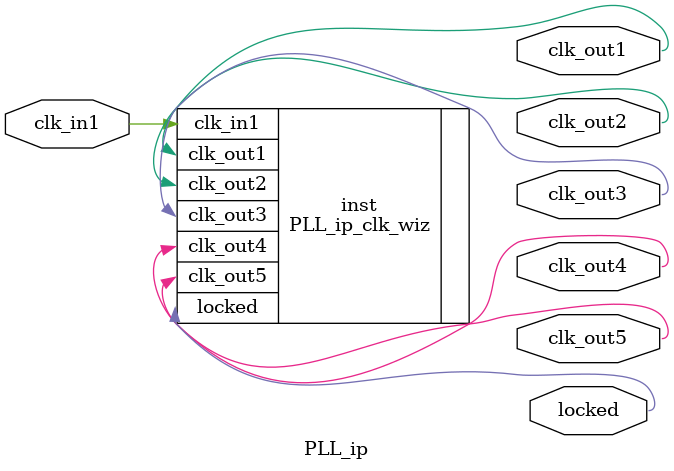
<source format=v>


`timescale 1ps/1ps

(* CORE_GENERATION_INFO = "PLL_ip,clk_wiz_v5_4_1_0,{component_name=PLL_ip,use_phase_alignment=true,use_min_o_jitter=false,use_max_i_jitter=false,use_dyn_phase_shift=false,use_inclk_switchover=false,use_dyn_reconfig=false,enable_axi=0,feedback_source=FDBK_AUTO,PRIMITIVE=MMCM,num_out_clk=5,clkin1_period=40.000,clkin2_period=10.0,use_power_down=false,use_reset=false,use_locked=true,use_inclk_stopped=false,feedback_type=SINGLE,CLOCK_MGR_TYPE=NA,manual_override=false}" *)

module PLL_ip 
 (
  // Clock out ports
  output        clk_out1,
  output        clk_out2,
  output        clk_out3,
  output        clk_out4,
  output        clk_out5,
  // Status and control signals
  output        locked,
 // Clock in ports
  input         clk_in1
 );

  PLL_ip_clk_wiz inst
  (
  // Clock out ports  
  .clk_out1(clk_out1),
  .clk_out2(clk_out2),
  .clk_out3(clk_out3),
  .clk_out4(clk_out4),
  .clk_out5(clk_out5),
  // Status and control signals               
  .locked(locked),
 // Clock in ports
  .clk_in1(clk_in1)
  );

endmodule

</source>
